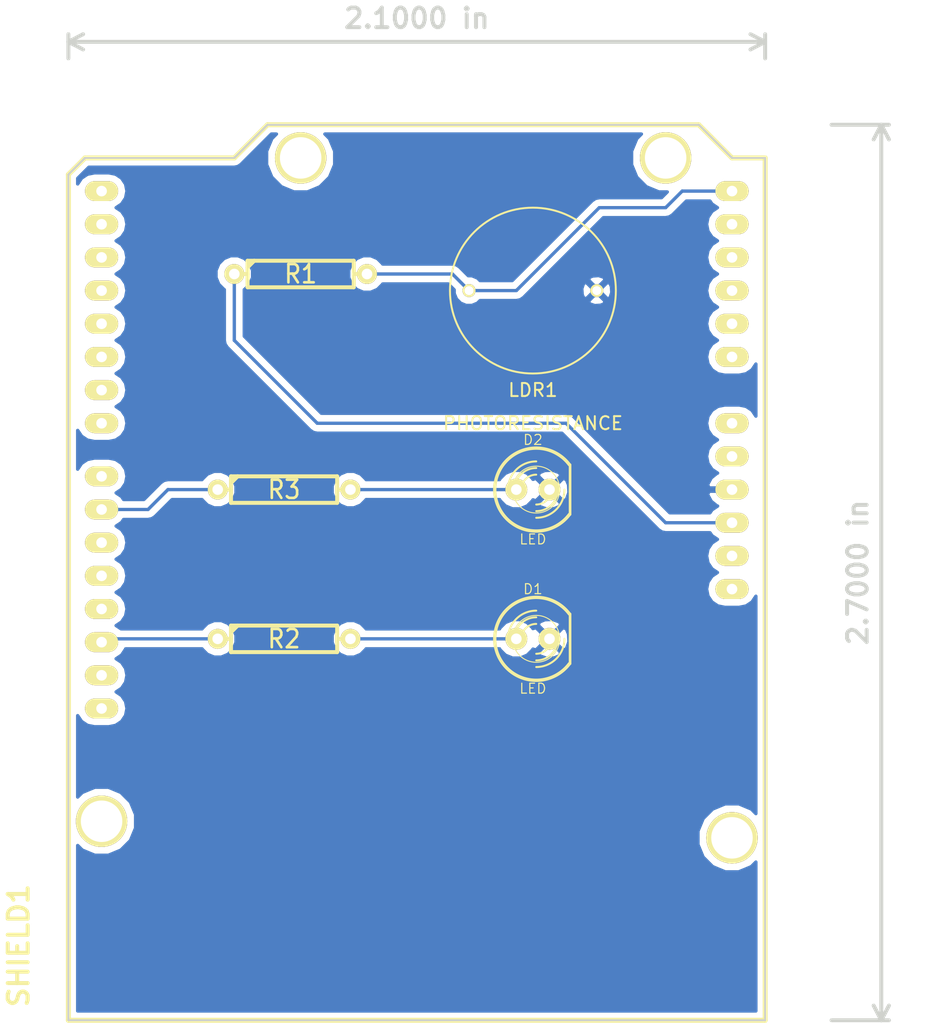
<source format=kicad_pcb>
(kicad_pcb (version 3) (host pcbnew "(2013-04-19 BZR 4011)-stable")

  (general
    (links 10)
    (no_connects 0)
    (area 128.3716 88.590001 203.579999 168.469733)
    (thickness 1.6)
    (drawings 11)
    (tracks 19)
    (zones 0)
    (modules 7)
    (nets 8)
  )

  (page A3)
  (layers
    (15 Dessus.Cu signal)
    (0 Dessous.Cu signal)
    (16 Dessous.Adhes user)
    (17 Dessus.Adhes user)
    (18 Dessous.Pate user)
    (19 Dessus.Pate user)
    (20 Dessous.SilkS user)
    (21 Dessus.SilkS user)
    (22 Dessous.Masque user)
    (23 Dessus.Masque user)
    (24 Dessin.User user)
    (25 Cmts.User user)
    (26 Eco1.User user)
    (27 Eco2.User user)
    (28 Contours.Ci user)
  )

  (setup
    (last_trace_width 0.254)
    (trace_clearance 0.254)
    (zone_clearance 0.508)
    (zone_45_only no)
    (trace_min 0.254)
    (segment_width 0.2)
    (edge_width 0.15)
    (via_size 0.889)
    (via_drill 0.635)
    (via_min_size 0.889)
    (via_min_drill 0.508)
    (uvia_size 0.508)
    (uvia_drill 0.127)
    (uvias_allowed no)
    (uvia_min_size 0.508)
    (uvia_min_drill 0.127)
    (pcb_text_width 0.3)
    (pcb_text_size 1.5 1.5)
    (mod_edge_width 0.15)
    (mod_text_size 1.5 1.5)
    (mod_text_width 0.15)
    (pad_size 1.524 1.524)
    (pad_drill 0.762)
    (pad_to_mask_clearance 0.2)
    (aux_axis_origin 0 0)
    (visible_elements 7FFFFFFF)
    (pcbplotparams
      (layerselection 3178497)
      (usegerberextensions true)
      (excludeedgelayer true)
      (linewidth 100000)
      (plotframeref false)
      (viasonmask false)
      (mode 1)
      (useauxorigin false)
      (hpglpennumber 1)
      (hpglpenspeed 20)
      (hpglpendiameter 15)
      (hpglpenoverlay 2)
      (psnegative false)
      (psa4output false)
      (plotreference true)
      (plotvalue true)
      (plotothertext true)
      (plotinvisibletext false)
      (padsonsilk false)
      (subtractmaskfromsilk false)
      (outputformat 1)
      (mirror false)
      (drillshape 1)
      (scaleselection 1)
      (outputdirectory ""))
  )

  (net 0 "")
  (net 1 N-000001)
  (net 2 N-000002)
  (net 3 N-000003)
  (net 4 N-000004)
  (net 5 N-000005)
  (net 6 N-000006)
  (net 7 N-000007)

  (net_class Default "Ceci est la Netclass par défaut"
    (clearance 0.254)
    (trace_width 0.254)
    (via_dia 0.889)
    (via_drill 0.635)
    (uvia_dia 0.508)
    (uvia_drill 0.127)
    (add_net "")
    (add_net N-000001)
    (add_net N-000002)
    (add_net N-000003)
    (add_net N-000004)
    (add_net N-000005)
    (add_net N-000006)
    (add_net N-000007)
  )

  (module R4 (layer Dessus.Cu) (tedit 200000) (tstamp 526FC32B)
    (at 151.13 109.22)
    (descr "Resitance 4 pas")
    (tags R)
    (path /52470416)
    (autoplace_cost180 10)
    (fp_text reference R1 (at 0 0) (layer Dessus.SilkS)
      (effects (font (size 1.397 1.27) (thickness 0.2032)))
    )
    (fp_text value R (at 0 0) (layer Dessus.SilkS) hide
      (effects (font (size 1.397 1.27) (thickness 0.2032)))
    )
    (fp_line (start -5.08 0) (end -4.064 0) (layer Dessus.SilkS) (width 0.3048))
    (fp_line (start -4.064 0) (end -4.064 -1.016) (layer Dessus.SilkS) (width 0.3048))
    (fp_line (start -4.064 -1.016) (end 4.064 -1.016) (layer Dessus.SilkS) (width 0.3048))
    (fp_line (start 4.064 -1.016) (end 4.064 1.016) (layer Dessus.SilkS) (width 0.3048))
    (fp_line (start 4.064 1.016) (end -4.064 1.016) (layer Dessus.SilkS) (width 0.3048))
    (fp_line (start -4.064 1.016) (end -4.064 0) (layer Dessus.SilkS) (width 0.3048))
    (fp_line (start -4.064 -0.508) (end -3.556 -1.016) (layer Dessus.SilkS) (width 0.3048))
    (fp_line (start 5.08 0) (end 4.064 0) (layer Dessus.SilkS) (width 0.3048))
    (pad 1 thru_hole circle (at -5.08 0) (size 1.524 1.524) (drill 0.8128)
      (layers *.Cu *.Mask Dessus.SilkS)
      (net 1 N-000001)
    )
    (pad 2 thru_hole circle (at 5.08 0) (size 1.524 1.524) (drill 0.8128)
      (layers *.Cu *.Mask Dessus.SilkS)
      (net 6 N-000006)
    )
    (model discret/resistor.wrl
      (at (xyz 0 0 0))
      (scale (xyz 0.4 0.4 0.4))
      (rotate (xyz 0 0 0))
    )
  )

  (module R4 (layer Dessus.Cu) (tedit 200000) (tstamp 526FC339)
    (at 149.86 137.16)
    (descr "Resitance 4 pas")
    (tags R)
    (path /5247042D)
    (autoplace_cost180 10)
    (fp_text reference R2 (at 0 0) (layer Dessus.SilkS)
      (effects (font (size 1.397 1.27) (thickness 0.2032)))
    )
    (fp_text value R (at 0 0) (layer Dessus.SilkS) hide
      (effects (font (size 1.397 1.27) (thickness 0.2032)))
    )
    (fp_line (start -5.08 0) (end -4.064 0) (layer Dessus.SilkS) (width 0.3048))
    (fp_line (start -4.064 0) (end -4.064 -1.016) (layer Dessus.SilkS) (width 0.3048))
    (fp_line (start -4.064 -1.016) (end 4.064 -1.016) (layer Dessus.SilkS) (width 0.3048))
    (fp_line (start 4.064 -1.016) (end 4.064 1.016) (layer Dessus.SilkS) (width 0.3048))
    (fp_line (start 4.064 1.016) (end -4.064 1.016) (layer Dessus.SilkS) (width 0.3048))
    (fp_line (start -4.064 1.016) (end -4.064 0) (layer Dessus.SilkS) (width 0.3048))
    (fp_line (start -4.064 -0.508) (end -3.556 -1.016) (layer Dessus.SilkS) (width 0.3048))
    (fp_line (start 5.08 0) (end 4.064 0) (layer Dessus.SilkS) (width 0.3048))
    (pad 1 thru_hole circle (at -5.08 0) (size 1.524 1.524) (drill 0.8128)
      (layers *.Cu *.Mask Dessus.SilkS)
      (net 2 N-000002)
    )
    (pad 2 thru_hole circle (at 5.08 0) (size 1.524 1.524) (drill 0.8128)
      (layers *.Cu *.Mask Dessus.SilkS)
      (net 3 N-000003)
    )
    (model discret/resistor.wrl
      (at (xyz 0 0 0))
      (scale (xyz 0.4 0.4 0.4))
      (rotate (xyz 0 0 0))
    )
  )

  (module R4 (layer Dessus.Cu) (tedit 200000) (tstamp 526FC347)
    (at 149.86 125.73)
    (descr "Resitance 4 pas")
    (tags R)
    (path /526FBB3A)
    (autoplace_cost180 10)
    (fp_text reference R3 (at 0 0) (layer Dessus.SilkS)
      (effects (font (size 1.397 1.27) (thickness 0.2032)))
    )
    (fp_text value R (at 0 0) (layer Dessus.SilkS) hide
      (effects (font (size 1.397 1.27) (thickness 0.2032)))
    )
    (fp_line (start -5.08 0) (end -4.064 0) (layer Dessus.SilkS) (width 0.3048))
    (fp_line (start -4.064 0) (end -4.064 -1.016) (layer Dessus.SilkS) (width 0.3048))
    (fp_line (start -4.064 -1.016) (end 4.064 -1.016) (layer Dessus.SilkS) (width 0.3048))
    (fp_line (start 4.064 -1.016) (end 4.064 1.016) (layer Dessus.SilkS) (width 0.3048))
    (fp_line (start 4.064 1.016) (end -4.064 1.016) (layer Dessus.SilkS) (width 0.3048))
    (fp_line (start -4.064 1.016) (end -4.064 0) (layer Dessus.SilkS) (width 0.3048))
    (fp_line (start -4.064 -0.508) (end -3.556 -1.016) (layer Dessus.SilkS) (width 0.3048))
    (fp_line (start 5.08 0) (end 4.064 0) (layer Dessus.SilkS) (width 0.3048))
    (pad 1 thru_hole circle (at -5.08 0) (size 1.524 1.524) (drill 0.8128)
      (layers *.Cu *.Mask Dessus.SilkS)
      (net 5 N-000005)
    )
    (pad 2 thru_hole circle (at 5.08 0) (size 1.524 1.524) (drill 0.8128)
      (layers *.Cu *.Mask Dessus.SilkS)
      (net 4 N-000004)
    )
    (model discret/resistor.wrl
      (at (xyz 0 0 0))
      (scale (xyz 0.4 0.4 0.4))
      (rotate (xyz 0 0 0))
    )
  )

  (module Photoresistance (layer Dessus.Cu) (tedit 52471472) (tstamp 526FC34E)
    (at 168.91 114.3)
    (path /52470C96)
    (fp_text reference LDR1 (at 0 3.81) (layer Dessus.SilkS)
      (effects (font (size 1 1) (thickness 0.15)))
    )
    (fp_text value PHOTORESISTANCE (at 0 6.35) (layer Dessus.SilkS)
      (effects (font (size 1 1) (thickness 0.15)))
    )
    (fp_circle (center 0 -3.81) (end 5.08 0) (layer Dessus.SilkS) (width 0.15))
    (pad 1 thru_hole circle (at -4.89 -3.81) (size 1 1) (drill 0.69)
      (layers *.Cu *.Mask Dessus.SilkS)
      (net 6 N-000006)
    )
    (pad 2 thru_hole circle (at 4.89 -3.81) (size 1 1) (drill 0.69)
      (layers *.Cu *.Mask Dessus.SilkS)
      (net 7 N-000007)
    )
  )

  (module LED-5MM (layer Dessus.Cu) (tedit 50ADE86B) (tstamp 526FC35D)
    (at 168.91 137.16)
    (descr "LED 5mm - Lead pitch 100mil (2,54mm)")
    (tags "LED led 5mm 5MM 100mil 2,54mm")
    (path /52470438)
    (fp_text reference D1 (at 0 -3.81) (layer Dessus.SilkS)
      (effects (font (size 0.762 0.762) (thickness 0.0889)))
    )
    (fp_text value LED (at 0 3.81) (layer Dessus.SilkS)
      (effects (font (size 0.762 0.762) (thickness 0.0889)))
    )
    (fp_line (start 2.8448 1.905) (end 2.8448 -1.905) (layer Dessus.SilkS) (width 0.2032))
    (fp_circle (center 0.254 0) (end -1.016 1.27) (layer Dessus.SilkS) (width 0.0762))
    (fp_arc (start 0.254 0) (end 2.794 1.905) (angle 286.2) (layer Dessus.SilkS) (width 0.254))
    (fp_arc (start 0.254 0) (end -0.889 0) (angle 90) (layer Dessus.SilkS) (width 0.1524))
    (fp_arc (start 0.254 0) (end 1.397 0) (angle 90) (layer Dessus.SilkS) (width 0.1524))
    (fp_arc (start 0.254 0) (end -1.397 0) (angle 90) (layer Dessus.SilkS) (width 0.1524))
    (fp_arc (start 0.254 0) (end 1.905 0) (angle 90) (layer Dessus.SilkS) (width 0.1524))
    (fp_arc (start 0.254 0) (end -1.905 0) (angle 90) (layer Dessus.SilkS) (width 0.1524))
    (fp_arc (start 0.254 0) (end 2.413 0) (angle 90) (layer Dessus.SilkS) (width 0.1524))
    (pad 1 thru_hole circle (at -1.27 0) (size 1.6764 1.6764) (drill 0.8128)
      (layers *.Cu *.Mask Dessus.SilkS)
      (net 3 N-000003)
    )
    (pad 2 thru_hole circle (at 1.27 0) (size 1.6764 1.6764) (drill 0.8128)
      (layers *.Cu *.Mask Dessus.SilkS)
      (net 7 N-000007)
    )
    (model discret/leds/led5_vertical_verde.wrl
      (at (xyz 0 0 0))
      (scale (xyz 1 1 1))
      (rotate (xyz 0 0 0))
    )
  )

  (module LED-5MM (layer Dessus.Cu) (tedit 50ADE86B) (tstamp 526FC36C)
    (at 168.91 125.73)
    (descr "LED 5mm - Lead pitch 100mil (2,54mm)")
    (tags "LED led 5mm 5MM 100mil 2,54mm")
    (path /526FBB51)
    (fp_text reference D2 (at 0 -3.81) (layer Dessus.SilkS)
      (effects (font (size 0.762 0.762) (thickness 0.0889)))
    )
    (fp_text value LED (at 0 3.81) (layer Dessus.SilkS)
      (effects (font (size 0.762 0.762) (thickness 0.0889)))
    )
    (fp_line (start 2.8448 1.905) (end 2.8448 -1.905) (layer Dessus.SilkS) (width 0.2032))
    (fp_circle (center 0.254 0) (end -1.016 1.27) (layer Dessus.SilkS) (width 0.0762))
    (fp_arc (start 0.254 0) (end 2.794 1.905) (angle 286.2) (layer Dessus.SilkS) (width 0.254))
    (fp_arc (start 0.254 0) (end -0.889 0) (angle 90) (layer Dessus.SilkS) (width 0.1524))
    (fp_arc (start 0.254 0) (end 1.397 0) (angle 90) (layer Dessus.SilkS) (width 0.1524))
    (fp_arc (start 0.254 0) (end -1.397 0) (angle 90) (layer Dessus.SilkS) (width 0.1524))
    (fp_arc (start 0.254 0) (end 1.905 0) (angle 90) (layer Dessus.SilkS) (width 0.1524))
    (fp_arc (start 0.254 0) (end -1.905 0) (angle 90) (layer Dessus.SilkS) (width 0.1524))
    (fp_arc (start 0.254 0) (end 2.413 0) (angle 90) (layer Dessus.SilkS) (width 0.1524))
    (pad 1 thru_hole circle (at -1.27 0) (size 1.6764 1.6764) (drill 0.8128)
      (layers *.Cu *.Mask Dessus.SilkS)
      (net 4 N-000004)
    )
    (pad 2 thru_hole circle (at 1.27 0) (size 1.6764 1.6764) (drill 0.8128)
      (layers *.Cu *.Mask Dessus.SilkS)
      (net 7 N-000007)
    )
    (model discret/leds/led5_vertical_verde.wrl
      (at (xyz 0 0 0))
      (scale (xyz 1 1 1))
      (rotate (xyz 0 0 0))
    )
  )

  (module ARDUINO_SHIELD (layer Dessus.Cu) (tedit 4D154D8E) (tstamp 526FC399)
    (at 186.69 166.37 90)
    (path /5247036F)
    (fp_text reference SHIELD1 (at 5.715 -57.15 90) (layer Dessus.SilkS)
      (effects (font (size 1.524 1.524) (thickness 0.3048)))
    )
    (fp_text value ARDUINO_SHIELD (at 10.16 -54.61 90) (layer Dessus.SilkS) hide
      (effects (font (size 1.524 1.524) (thickness 0.3048)))
    )
    (fp_line (start 66.04 -40.64) (end 66.04 -52.07) (layer Dessus.SilkS) (width 0.381))
    (fp_line (start 66.04 -52.07) (end 64.77 -53.34) (layer Dessus.SilkS) (width 0.381))
    (fp_line (start 64.77 -53.34) (end 0 -53.34) (layer Dessus.SilkS) (width 0.381))
    (fp_line (start 66.04 0) (end 0 0) (layer Dessus.SilkS) (width 0.381))
    (fp_line (start 0 0) (end 0 -53.34) (layer Dessus.SilkS) (width 0.381))
    (fp_line (start 66.04 -40.64) (end 68.58 -38.1) (layer Dessus.SilkS) (width 0.381))
    (fp_line (start 68.58 -38.1) (end 68.58 -5.08) (layer Dessus.SilkS) (width 0.381))
    (fp_line (start 68.58 -5.08) (end 66.04 -2.54) (layer Dessus.SilkS) (width 0.381))
    (fp_line (start 66.04 -2.54) (end 66.04 0) (layer Dessus.SilkS) (width 0.381))
    (pad AD5 thru_hole oval (at 63.5 -2.54 180) (size 2.54 1.524) (drill 0.8128)
      (layers *.Cu *.Mask Dessus.SilkS)
      (net 6 N-000006)
    )
    (pad AD4 thru_hole oval (at 60.96 -2.54 180) (size 2.54 1.524) (drill 0.8128)
      (layers *.Cu *.Mask Dessus.SilkS)
    )
    (pad AD3 thru_hole oval (at 58.42 -2.54 180) (size 2.54 1.524) (drill 0.8128)
      (layers *.Cu *.Mask Dessus.SilkS)
    )
    (pad AD0 thru_hole oval (at 50.8 -2.54 180) (size 2.54 1.524) (drill 0.8128)
      (layers *.Cu *.Mask Dessus.SilkS)
    )
    (pad AD1 thru_hole oval (at 53.34 -2.54 180) (size 2.54 1.524) (drill 0.8128)
      (layers *.Cu *.Mask Dessus.SilkS)
    )
    (pad AD2 thru_hole oval (at 55.88 -2.54 180) (size 2.54 1.524) (drill 0.8128)
      (layers *.Cu *.Mask Dessus.SilkS)
    )
    (pad V_IN thru_hole oval (at 45.72 -2.54 180) (size 2.54 1.524) (drill 0.8128)
      (layers *.Cu *.Mask Dessus.SilkS)
    )
    (pad GND2 thru_hole oval (at 43.18 -2.54 180) (size 2.54 1.524) (drill 0.8128)
      (layers *.Cu *.Mask Dessus.SilkS)
    )
    (pad GND1 thru_hole oval (at 40.64 -2.54 180) (size 2.54 1.524) (drill 0.8128)
      (layers *.Cu *.Mask Dessus.SilkS)
      (net 7 N-000007)
    )
    (pad 3V3 thru_hole oval (at 35.56 -2.54 180) (size 2.54 1.524) (drill 0.8128)
      (layers *.Cu *.Mask Dessus.SilkS)
    )
    (pad RST thru_hole oval (at 33.02 -2.54 180) (size 2.54 1.524) (drill 0.8128)
      (layers *.Cu *.Mask Dessus.SilkS)
    )
    (pad 0 thru_hole oval (at 63.5 -50.8 180) (size 2.54 1.524) (drill 0.8128)
      (layers *.Cu *.Mask Dessus.SilkS)
    )
    (pad 1 thru_hole oval (at 60.96 -50.8 180) (size 2.54 1.524) (drill 0.8128)
      (layers *.Cu *.Mask Dessus.SilkS)
    )
    (pad 2 thru_hole oval (at 58.42 -50.8 180) (size 2.54 1.524) (drill 0.8128)
      (layers *.Cu *.Mask Dessus.SilkS)
    )
    (pad 3 thru_hole oval (at 55.88 -50.8 180) (size 2.54 1.524) (drill 0.8128)
      (layers *.Cu *.Mask Dessus.SilkS)
    )
    (pad 4 thru_hole oval (at 53.34 -50.8 180) (size 2.54 1.524) (drill 0.8128)
      (layers *.Cu *.Mask Dessus.SilkS)
    )
    (pad 5 thru_hole oval (at 50.8 -50.8 180) (size 2.54 1.524) (drill 0.8128)
      (layers *.Cu *.Mask Dessus.SilkS)
    )
    (pad 6 thru_hole oval (at 48.26 -50.8 180) (size 2.54 1.524) (drill 0.8128)
      (layers *.Cu *.Mask Dessus.SilkS)
    )
    (pad 7 thru_hole oval (at 45.72 -50.8 180) (size 2.54 1.524) (drill 0.8128)
      (layers *.Cu *.Mask Dessus.SilkS)
    )
    (pad 8 thru_hole oval (at 41.656 -50.8 180) (size 2.54 1.524) (drill 0.8128)
      (layers *.Cu *.Mask Dessus.SilkS)
    )
    (pad 9 thru_hole oval (at 39.116 -50.8 180) (size 2.54 1.524) (drill 0.8128)
      (layers *.Cu *.Mask Dessus.SilkS)
      (net 5 N-000005)
    )
    (pad 10 thru_hole oval (at 36.576 -50.8 180) (size 2.54 1.524) (drill 0.8128)
      (layers *.Cu *.Mask Dessus.SilkS)
    )
    (pad 11 thru_hole oval (at 34.036 -50.8 180) (size 2.54 1.524) (drill 0.8128)
      (layers *.Cu *.Mask Dessus.SilkS)
    )
    (pad 12 thru_hole oval (at 31.496 -50.8 180) (size 2.54 1.524) (drill 0.8128)
      (layers *.Cu *.Mask Dessus.SilkS)
    )
    (pad 13 thru_hole oval (at 28.956 -50.8 180) (size 2.54 1.524) (drill 0.8128)
      (layers *.Cu *.Mask Dessus.SilkS)
      (net 2 N-000002)
    )
    (pad GND3 thru_hole oval (at 26.416 -50.8 180) (size 2.54 1.524) (drill 0.8128)
      (layers *.Cu *.Mask Dessus.SilkS)
    )
    (pad AREF thru_hole oval (at 23.876 -50.8 180) (size 2.54 1.524) (drill 0.8128)
      (layers *.Cu *.Mask Dessus.SilkS)
    )
    (pad 5V thru_hole oval (at 38.1 -2.54 180) (size 2.54 1.524) (drill 0.8128)
      (layers *.Cu *.Mask Dessus.SilkS)
      (net 1 N-000001)
    )
    (pad "" thru_hole circle (at 66.04 -7.62 180) (size 3.937 3.937) (drill 3.175)
      (layers *.Cu *.Mask Dessus.SilkS)
    )
    (pad "" thru_hole circle (at 66.04 -35.56 180) (size 3.937 3.937) (drill 3.175)
      (layers *.Cu *.Mask Dessus.SilkS)
    )
    (pad "" thru_hole circle (at 15.24 -50.8 180) (size 3.937 3.937) (drill 3.175)
      (layers *.Cu *.Mask Dessus.SilkS)
    )
    (pad "" thru_hole circle (at 13.97 -2.54 180) (size 3.937 3.937) (drill 3.175)
      (layers *.Cu *.Mask Dessus.SilkS)
    )
  )

  (dimension 68.58 (width 0.3) (layer Contours.Ci)
    (gr_text "68,580 mm" (at 196.929999 132.08 270) (layer Contours.Ci)
      (effects (font (size 1.5 1.5) (thickness 0.3)))
    )
    (feature1 (pts (xy 191.77 166.37) (xy 198.279999 166.37)))
    (feature2 (pts (xy 191.77 97.79) (xy 198.279999 97.79)))
    (crossbar (pts (xy 195.579999 97.79) (xy 195.579999 166.37)))
    (arrow1a (pts (xy 195.579999 166.37) (xy 194.993579 165.243497)))
    (arrow1b (pts (xy 195.579999 166.37) (xy 196.166419 165.243497)))
    (arrow2a (pts (xy 195.579999 97.79) (xy 194.993579 98.916503)))
    (arrow2b (pts (xy 195.579999 97.79) (xy 196.166419 98.916503)))
  )
  (dimension 53.34 (width 0.3) (layer Contours.Ci)
    (gr_text "53,340 mm" (at 160.02 90.090001) (layer Contours.Ci)
      (effects (font (size 1.5 1.5) (thickness 0.3)))
    )
    (feature1 (pts (xy 186.69 92.71) (xy 186.69 88.740001)))
    (feature2 (pts (xy 133.35 92.71) (xy 133.35 88.740001)))
    (crossbar (pts (xy 133.35 91.440001) (xy 186.69 91.440001)))
    (arrow1a (pts (xy 186.69 91.440001) (xy 185.563497 92.026421)))
    (arrow1b (pts (xy 186.69 91.440001) (xy 185.563497 90.853581)))
    (arrow2a (pts (xy 133.35 91.440001) (xy 134.476503 92.026421)))
    (arrow2b (pts (xy 133.35 91.440001) (xy 134.476503 90.853581)))
  )
  (gr_line (start 133.35 101.6) (end 134.62 100.33) (angle 90) (layer Contours.Ci) (width 0.15))
  (gr_line (start 133.35 166.37) (end 133.35 101.6) (angle 90) (layer Contours.Ci) (width 0.15))
  (gr_line (start 186.69 166.37) (end 133.35 166.37) (angle 90) (layer Contours.Ci) (width 0.15))
  (gr_line (start 186.69 100.33) (end 186.69 166.37) (angle 90) (layer Contours.Ci) (width 0.15))
  (gr_line (start 184.15 100.33) (end 186.69 100.33) (angle 90) (layer Contours.Ci) (width 0.15))
  (gr_line (start 181.61 97.79) (end 184.15 100.33) (angle 90) (layer Contours.Ci) (width 0.15))
  (gr_line (start 148.59 97.79) (end 181.61 97.79) (angle 90) (layer Contours.Ci) (width 0.15))
  (gr_line (start 146.05 100.33) (end 148.59 97.79) (angle 90) (layer Contours.Ci) (width 0.15))
  (gr_line (start 134.62 100.33) (end 146.05 100.33) (angle 90) (layer Contours.Ci) (width 0.15))

  (segment (start 146.05 109.22) (end 146.05 114.3) (width 0.254) (layer Dessous.Cu) (net 1))
  (segment (start 179.07 128.27) (end 184.15 128.27) (width 0.254) (layer Dessous.Cu) (net 1) (tstamp 526FC41A))
  (segment (start 171.45 120.65) (end 179.07 128.27) (width 0.254) (layer Dessous.Cu) (net 1) (tstamp 526FC418))
  (segment (start 152.4 120.65) (end 171.45 120.65) (width 0.254) (layer Dessous.Cu) (net 1) (tstamp 526FC416))
  (segment (start 146.05 114.3) (end 152.4 120.65) (width 0.254) (layer Dessous.Cu) (net 1) (tstamp 526FC414))
  (segment (start 144.78 137.16) (end 136.144 137.16) (width 0.254) (layer Dessous.Cu) (net 2))
  (segment (start 136.144 137.16) (end 135.89 137.414) (width 0.254) (layer Dessous.Cu) (net 2) (tstamp 526FC424))
  (segment (start 154.94 137.16) (end 167.64 137.16) (width 0.254) (layer Dessous.Cu) (net 3))
  (segment (start 154.94 125.73) (end 167.64 125.73) (width 0.254) (layer Dessous.Cu) (net 4))
  (segment (start 144.78 125.73) (end 140.97 125.73) (width 0.254) (layer Dessous.Cu) (net 5))
  (segment (start 139.446 127.254) (end 135.89 127.254) (width 0.254) (layer Dessous.Cu) (net 5) (tstamp 526FC420))
  (segment (start 140.97 125.73) (end 139.446 127.254) (width 0.254) (layer Dessous.Cu) (net 5) (tstamp 526FC41E))
  (segment (start 164.02 110.49) (end 167.64 110.49) (width 0.254) (layer Dessous.Cu) (net 6))
  (segment (start 180.34 102.87) (end 184.15 102.87) (width 0.254) (layer Dessous.Cu) (net 6) (tstamp 526FC410))
  (segment (start 179.07 104.14) (end 180.34 102.87) (width 0.254) (layer Dessous.Cu) (net 6) (tstamp 526FC40F))
  (segment (start 173.99 104.14) (end 179.07 104.14) (width 0.254) (layer Dessous.Cu) (net 6) (tstamp 526FC40D))
  (segment (start 167.64 110.49) (end 173.99 104.14) (width 0.254) (layer Dessous.Cu) (net 6) (tstamp 526FC40B))
  (segment (start 156.21 109.22) (end 162.75 109.22) (width 0.254) (layer Dessous.Cu) (net 6))
  (segment (start 162.75 109.22) (end 164.02 110.49) (width 0.254) (layer Dessous.Cu) (net 6) (tstamp 526FC403))

  (zone (net 7) (net_name N-000007) (layer Dessous.Cu) (tstamp 526FC88D) (hatch edge 0.508)
    (connect_pads (clearance 0.508))
    (min_thickness 0.254)
    (fill (arc_segments 16) (thermal_gap 0.508) (thermal_bridge_width 0.508))
    (polygon
      (pts
        (xy 134.62 100.33) (xy 146.05 100.33) (xy 148.59 97.79) (xy 181.61 97.79) (xy 184.15 100.33)
        (xy 186.69 100.33) (xy 186.69 166.37) (xy 133.35 166.37) (xy 133.35 101.6) (xy 134.62 100.33)
      )
    )
    (filled_polygon
      (pts
        (xy 185.98 165.66) (xy 171.664976 165.66) (xy 171.664976 137.385903) (xy 171.664976 125.955903) (xy 171.638388 125.370432)
        (xy 171.46549 124.953018) (xy 171.215412 124.874193) (xy 171.035807 125.053798) (xy 171.035807 124.694588) (xy 170.956982 124.44451)
        (xy 170.405903 124.245024) (xy 169.820432 124.271612) (xy 169.403018 124.44451) (xy 169.324193 124.694588) (xy 170.18 125.550395)
        (xy 171.035807 124.694588) (xy 171.035807 125.053798) (xy 170.359605 125.73) (xy 171.215412 126.585807) (xy 171.46549 126.506982)
        (xy 171.664976 125.955903) (xy 171.664976 137.385903) (xy 171.638388 136.800432) (xy 171.46549 136.383018) (xy 171.215412 136.304193)
        (xy 171.035807 136.483798) (xy 171.035807 136.124588) (xy 171.035807 126.765412) (xy 170.18 125.909605) (xy 170.000395 126.08921)
        (xy 170.000395 125.73) (xy 169.144588 124.874193) (xy 168.910835 124.947872) (xy 168.889646 124.89659) (xy 168.47559 124.481811)
        (xy 167.934323 124.257057) (xy 167.348248 124.256546) (xy 166.80659 124.480354) (xy 166.391811 124.89441) (xy 166.361253 124.968)
        (xy 156.136703 124.968) (xy 156.125009 124.939697) (xy 155.73237 124.546372) (xy 155.219099 124.333244) (xy 154.663339 124.332759)
        (xy 154.149697 124.544991) (xy 153.756372 124.93763) (xy 153.543244 125.450901) (xy 153.542759 126.006661) (xy 153.754991 126.520303)
        (xy 154.14763 126.913628) (xy 154.660901 127.126756) (xy 155.216661 127.127241) (xy 155.730303 126.915009) (xy 156.123628 126.52237)
        (xy 156.136238 126.492) (xy 166.360848 126.492) (xy 166.390354 126.56341) (xy 166.80441 126.978189) (xy 167.345677 127.202943)
        (xy 167.931752 127.203454) (xy 168.47341 126.979646) (xy 168.888189 126.56559) (xy 168.91044 126.512003) (xy 169.144588 126.585807)
        (xy 170.000395 125.73) (xy 170.000395 126.08921) (xy 169.324193 126.765412) (xy 169.403018 127.01549) (xy 169.954097 127.214976)
        (xy 170.539568 127.188388) (xy 170.956982 127.01549) (xy 171.035807 126.765412) (xy 171.035807 136.124588) (xy 170.956982 135.87451)
        (xy 170.405903 135.675024) (xy 169.820432 135.701612) (xy 169.403018 135.87451) (xy 169.324193 136.124588) (xy 170.18 136.980395)
        (xy 171.035807 136.124588) (xy 171.035807 136.483798) (xy 170.359605 137.16) (xy 171.215412 138.015807) (xy 171.46549 137.936982)
        (xy 171.664976 137.385903) (xy 171.664976 165.66) (xy 171.035807 165.66) (xy 171.035807 138.195412) (xy 170.18 137.339605)
        (xy 170.000395 137.51921) (xy 170.000395 137.16) (xy 169.144588 136.304193) (xy 168.910835 136.377872) (xy 168.889646 136.32659)
        (xy 168.47559 135.911811) (xy 167.934323 135.687057) (xy 167.348248 135.686546) (xy 166.80659 135.910354) (xy 166.391811 136.32441)
        (xy 166.361253 136.398) (xy 156.136703 136.398) (xy 156.125009 136.369697) (xy 155.73237 135.976372) (xy 155.219099 135.763244)
        (xy 154.663339 135.762759) (xy 154.149697 135.974991) (xy 153.756372 136.36763) (xy 153.543244 136.880901) (xy 153.542759 137.436661)
        (xy 153.754991 137.950303) (xy 154.14763 138.343628) (xy 154.660901 138.556756) (xy 155.216661 138.557241) (xy 155.730303 138.345009)
        (xy 156.123628 137.95237) (xy 156.136238 137.922) (xy 166.360848 137.922) (xy 166.390354 137.99341) (xy 166.80441 138.408189)
        (xy 167.345677 138.632943) (xy 167.931752 138.633454) (xy 168.47341 138.409646) (xy 168.888189 137.99559) (xy 168.91044 137.942003)
        (xy 169.144588 138.015807) (xy 170.000395 137.16) (xy 170.000395 137.51921) (xy 169.324193 138.195412) (xy 169.403018 138.44549)
        (xy 169.954097 138.644976) (xy 170.539568 138.618388) (xy 170.956982 138.44549) (xy 171.035807 138.195412) (xy 171.035807 165.66)
        (xy 134.06 165.66) (xy 134.06 152.981923) (xy 134.413311 153.335852) (xy 135.36986 153.733047) (xy 136.405596 153.73395)
        (xy 137.362837 153.338426) (xy 138.095852 152.606689) (xy 138.493047 151.65014) (xy 138.49395 150.614404) (xy 138.098426 149.657163)
        (xy 137.366689 148.924148) (xy 136.41014 148.526953) (xy 135.374404 148.52605) (xy 134.417163 148.921574) (xy 134.06 149.278114)
        (xy 134.06 143.03756) (xy 134.356851 143.481828) (xy 134.81007 143.78466) (xy 135.344679 143.891) (xy 136.435321 143.891)
        (xy 136.96993 143.78466) (xy 137.423149 143.481828) (xy 137.725981 143.028609) (xy 137.832321 142.494) (xy 137.725981 141.959391)
        (xy 137.423149 141.506172) (xy 137.000849 141.224) (xy 137.423149 140.941828) (xy 137.725981 140.488609) (xy 137.832321 139.954)
        (xy 137.725981 139.419391) (xy 137.423149 138.966172) (xy 137.000849 138.684) (xy 137.423149 138.401828) (xy 137.725981 137.948609)
        (xy 137.731273 137.922) (xy 143.583296 137.922) (xy 143.594991 137.950303) (xy 143.98763 138.343628) (xy 144.500901 138.556756)
        (xy 145.056661 138.557241) (xy 145.570303 138.345009) (xy 145.963628 137.95237) (xy 146.176756 137.439099) (xy 146.177241 136.883339)
        (xy 145.965009 136.369697) (xy 145.57237 135.976372) (xy 145.059099 135.763244) (xy 144.503339 135.762759) (xy 143.989697 135.974991)
        (xy 143.596372 136.36763) (xy 143.583761 136.398) (xy 137.380986 136.398) (xy 137.000849 136.144) (xy 137.423149 135.861828)
        (xy 137.725981 135.408609) (xy 137.832321 134.874) (xy 137.725981 134.339391) (xy 137.423149 133.886172) (xy 137.000849 133.604)
        (xy 137.423149 133.321828) (xy 137.725981 132.868609) (xy 137.832321 132.334) (xy 137.725981 131.799391) (xy 137.423149 131.346172)
        (xy 137.000849 131.064) (xy 137.423149 130.781828) (xy 137.725981 130.328609) (xy 137.832321 129.794) (xy 137.725981 129.259391)
        (xy 137.423149 128.806172) (xy 137.000849 128.524) (xy 137.423149 128.241828) (xy 137.574042 128.016) (xy 139.446 128.016)
        (xy 139.446 128.015999) (xy 139.737604 127.957996) (xy 139.737605 127.957996) (xy 139.984815 127.792815) (xy 141.28563 126.492)
        (xy 143.583296 126.492) (xy 143.594991 126.520303) (xy 143.98763 126.913628) (xy 144.500901 127.126756) (xy 145.056661 127.127241)
        (xy 145.570303 126.915009) (xy 145.963628 126.52237) (xy 146.176756 126.009099) (xy 146.177241 125.453339) (xy 145.965009 124.939697)
        (xy 145.57237 124.546372) (xy 145.059099 124.333244) (xy 144.503339 124.332759) (xy 143.989697 124.544991) (xy 143.596372 124.93763)
        (xy 143.583761 124.968) (xy 140.97 124.968) (xy 140.678395 125.026004) (xy 140.431184 125.191185) (xy 139.130369 126.492)
        (xy 137.574042 126.492) (xy 137.423149 126.266172) (xy 137.000849 125.984) (xy 137.423149 125.701828) (xy 137.725981 125.248609)
        (xy 137.832321 124.714) (xy 137.725981 124.179391) (xy 137.423149 123.726172) (xy 136.96993 123.42334) (xy 136.435321 123.317)
        (xy 135.344679 123.317) (xy 134.81007 123.42334) (xy 134.356851 123.726172) (xy 134.06 124.170439) (xy 134.06 121.19356)
        (xy 134.356851 121.637828) (xy 134.81007 121.94066) (xy 135.344679 122.047) (xy 136.435321 122.047) (xy 136.96993 121.94066)
        (xy 137.423149 121.637828) (xy 137.725981 121.184609) (xy 137.832321 120.65) (xy 137.725981 120.115391) (xy 137.423149 119.662172)
        (xy 137.000849 119.38) (xy 137.423149 119.097828) (xy 137.725981 118.644609) (xy 137.832321 118.11) (xy 137.725981 117.575391)
        (xy 137.423149 117.122172) (xy 137.000849 116.84) (xy 137.423149 116.557828) (xy 137.725981 116.104609) (xy 137.832321 115.57)
        (xy 137.725981 115.035391) (xy 137.423149 114.582172) (xy 137.000849 114.3) (xy 137.423149 114.017828) (xy 137.725981 113.564609)
        (xy 137.832321 113.03) (xy 137.725981 112.495391) (xy 137.423149 112.042172) (xy 137.000849 111.76) (xy 137.423149 111.477828)
        (xy 137.725981 111.024609) (xy 137.832321 110.49) (xy 137.725981 109.955391) (xy 137.423149 109.502172) (xy 137.000849 109.22)
        (xy 137.423149 108.937828) (xy 137.725981 108.484609) (xy 137.832321 107.95) (xy 137.725981 107.415391) (xy 137.423149 106.962172)
        (xy 137.000849 106.68) (xy 137.423149 106.397828) (xy 137.725981 105.944609) (xy 137.832321 105.41) (xy 137.725981 104.875391)
        (xy 137.423149 104.422172) (xy 137.000849 104.14) (xy 137.423149 103.857828) (xy 137.725981 103.404609) (xy 137.832321 102.87)
        (xy 137.725981 102.335391) (xy 137.423149 101.882172) (xy 136.96993 101.57934) (xy 136.435321 101.473) (xy 135.344679 101.473)
        (xy 134.81007 101.57934) (xy 134.356851 101.882172) (xy 134.06 102.326439) (xy 134.06 101.894092) (xy 134.914092 101.04)
        (xy 146.05 101.04) (xy 146.321705 100.985954) (xy 146.552046 100.832046) (xy 148.884091 98.5) (xy 149.278076 98.5)
        (xy 148.924148 98.853311) (xy 148.526953 99.80986) (xy 148.52605 100.845596) (xy 148.921574 101.802837) (xy 149.653311 102.535852)
        (xy 150.60986 102.933047) (xy 151.645596 102.93395) (xy 152.602837 102.538426) (xy 153.335852 101.806689) (xy 153.733047 100.85014)
        (xy 153.73395 99.814404) (xy 153.338426 98.857163) (xy 152.981885 98.5) (xy 177.218076 98.5) (xy 176.864148 98.853311)
        (xy 176.466953 99.80986) (xy 176.46605 100.845596) (xy 176.861574 101.802837) (xy 177.593311 102.535852) (xy 178.54986 102.933047)
        (xy 179.198756 102.933612) (xy 178.754369 103.378) (xy 173.99 103.378) (xy 173.698395 103.436004) (xy 173.451185 103.601185)
        (xy 167.32437 109.728) (xy 164.86306 109.728) (xy 164.663765 109.528356) (xy 164.246756 109.355198) (xy 163.96258 109.35495)
        (xy 163.288815 108.681185) (xy 163.041605 108.516004) (xy 162.75 108.458) (xy 157.406703 108.458) (xy 157.395009 108.429697)
        (xy 157.00237 108.036372) (xy 156.489099 107.823244) (xy 155.933339 107.822759) (xy 155.419697 108.034991) (xy 155.026372 108.42763)
        (xy 154.813244 108.940901) (xy 154.812759 109.496661) (xy 155.024991 110.010303) (xy 155.41763 110.403628) (xy 155.930901 110.616756)
        (xy 156.486661 110.617241) (xy 157.000303 110.405009) (xy 157.393628 110.01237) (xy 157.406238 109.982) (xy 162.434369 109.982)
        (xy 162.88505 110.43268) (xy 162.884804 110.714775) (xy 163.057234 111.132085) (xy 163.376235 111.451644) (xy 163.793244 111.624802)
        (xy 164.244775 111.625196) (xy 164.662085 111.452766) (xy 164.863202 111.252) (xy 167.64 111.252) (xy 167.64 111.251999)
        (xy 167.931604 111.193996) (xy 167.931605 111.193996) (xy 168.178815 111.028815) (xy 174.30563 104.902) (xy 179.07 104.902)
        (xy 179.07 104.901999) (xy 179.361604 104.843996) (xy 179.361605 104.843996) (xy 179.608815 104.678815) (xy 180.65563 103.632)
        (xy 182.465957 103.632) (xy 182.616851 103.857828) (xy 183.03915 104.14) (xy 182.616851 104.422172) (xy 182.314019 104.875391)
        (xy 182.207679 105.41) (xy 182.314019 105.944609) (xy 182.616851 106.397828) (xy 183.03915 106.68) (xy 182.616851 106.962172)
        (xy 182.314019 107.415391) (xy 182.207679 107.95) (xy 182.314019 108.484609) (xy 182.616851 108.937828) (xy 183.03915 109.22)
        (xy 182.616851 109.502172) (xy 182.314019 109.955391) (xy 182.207679 110.49) (xy 182.314019 111.024609) (xy 182.616851 111.477828)
        (xy 183.03915 111.76) (xy 182.616851 112.042172) (xy 182.314019 112.495391) (xy 182.207679 113.03) (xy 182.314019 113.564609)
        (xy 182.616851 114.017828) (xy 183.03915 114.3) (xy 182.616851 114.582172) (xy 182.314019 115.035391) (xy 182.207679 115.57)
        (xy 182.314019 116.104609) (xy 182.616851 116.557828) (xy 183.07007 116.86066) (xy 183.604679 116.967) (xy 184.695321 116.967)
        (xy 185.22993 116.86066) (xy 185.683149 116.557828) (xy 185.98 116.11356) (xy 185.98 120.106439) (xy 185.683149 119.662172)
        (xy 185.22993 119.35934) (xy 184.695321 119.253) (xy 183.604679 119.253) (xy 183.07007 119.35934) (xy 182.616851 119.662172)
        (xy 182.314019 120.115391) (xy 182.207679 120.65) (xy 182.314019 121.184609) (xy 182.616851 121.637828) (xy 183.03915 121.92)
        (xy 182.616851 122.202172) (xy 182.314019 122.655391) (xy 182.207679 123.19) (xy 182.314019 123.724609) (xy 182.616851 124.177828)
        (xy 183.053113 124.469329) (xy 182.990059 124.487941) (xy 182.56437 124.831974) (xy 182.30274 125.312723) (xy 182.28778 125.38693)
        (xy 182.410281 125.603) (xy 184.023 125.603) (xy 184.023 125.583) (xy 184.277 125.583) (xy 184.277 125.603)
        (xy 184.297 125.603) (xy 184.297 125.857) (xy 184.277 125.857) (xy 184.277 125.877) (xy 184.023 125.877)
        (xy 184.023 125.857) (xy 182.410281 125.857) (xy 182.28778 126.07307) (xy 182.30274 126.147277) (xy 182.56437 126.628026)
        (xy 182.990059 126.972059) (xy 183.053113 126.99067) (xy 182.616851 127.282172) (xy 182.465957 127.508) (xy 179.38563 127.508)
        (xy 174.948111 123.070481) (xy 174.948111 110.635029) (xy 174.916216 110.184626) (xy 174.805216 109.916648) (xy 174.590103 109.879502)
        (xy 174.410498 110.059107) (xy 174.410498 109.699897) (xy 174.373352 109.484784) (xy 173.945029 109.341889) (xy 173.494626 109.373784)
        (xy 173.226648 109.484784) (xy 173.189502 109.699897) (xy 173.8 110.310395) (xy 174.410498 109.699897) (xy 174.410498 110.059107)
        (xy 173.979605 110.49) (xy 174.590103 111.100498) (xy 174.805216 111.063352) (xy 174.948111 110.635029) (xy 174.948111 123.070481)
        (xy 174.410498 122.532868) (xy 174.410498 111.280103) (xy 173.8 110.669605) (xy 173.620395 110.84921) (xy 173.620395 110.49)
        (xy 173.009897 109.879502) (xy 172.794784 109.916648) (xy 172.651889 110.344971) (xy 172.683784 110.795374) (xy 172.794784 111.063352)
        (xy 173.009897 111.100498) (xy 173.620395 110.49) (xy 173.620395 110.84921) (xy 173.189502 111.280103) (xy 173.226648 111.495216)
        (xy 173.654971 111.638111) (xy 174.105374 111.606216) (xy 174.373352 111.495216) (xy 174.410498 111.280103) (xy 174.410498 122.532868)
        (xy 171.988815 120.111185) (xy 171.741605 119.946004) (xy 171.45 119.888) (xy 152.715629 119.888) (xy 146.812 113.98437)
        (xy 146.812 110.416703) (xy 146.840303 110.405009) (xy 147.233628 110.01237) (xy 147.446756 109.499099) (xy 147.447241 108.943339)
        (xy 147.235009 108.429697) (xy 146.84237 108.036372) (xy 146.329099 107.823244) (xy 145.773339 107.822759) (xy 145.259697 108.034991)
        (xy 144.866372 108.42763) (xy 144.653244 108.940901) (xy 144.652759 109.496661) (xy 144.864991 110.010303) (xy 145.25763 110.403628)
        (xy 145.288 110.416238) (xy 145.288 114.3) (xy 145.346004 114.591605) (xy 145.511185 114.838815) (xy 151.861185 121.188815)
        (xy 152.108395 121.353996) (xy 152.4 121.412) (xy 171.134369 121.412) (xy 178.531184 128.808815) (xy 178.531185 128.808815)
        (xy 178.778395 128.973996) (xy 179.07 129.032) (xy 182.465957 129.032) (xy 182.616851 129.257828) (xy 183.03915 129.54)
        (xy 182.616851 129.822172) (xy 182.314019 130.275391) (xy 182.207679 130.81) (xy 182.314019 131.344609) (xy 182.616851 131.797828)
        (xy 183.03915 132.08) (xy 182.616851 132.362172) (xy 182.314019 132.815391) (xy 182.207679 133.35) (xy 182.314019 133.884609)
        (xy 182.616851 134.337828) (xy 183.07007 134.64066) (xy 183.604679 134.747) (xy 184.695321 134.747) (xy 185.22993 134.64066)
        (xy 185.683149 134.337828) (xy 185.98 133.89356) (xy 185.98 150.548076) (xy 185.626689 150.194148) (xy 184.67014 149.796953)
        (xy 183.634404 149.79605) (xy 182.677163 150.191574) (xy 181.944148 150.923311) (xy 181.546953 151.87986) (xy 181.54605 152.915596)
        (xy 181.941574 153.872837) (xy 182.673311 154.605852) (xy 183.62986 155.003047) (xy 184.665596 155.00395) (xy 185.622837 154.608426)
        (xy 185.98 154.251885) (xy 185.98 165.66)
      )
    )
  )
)

</source>
